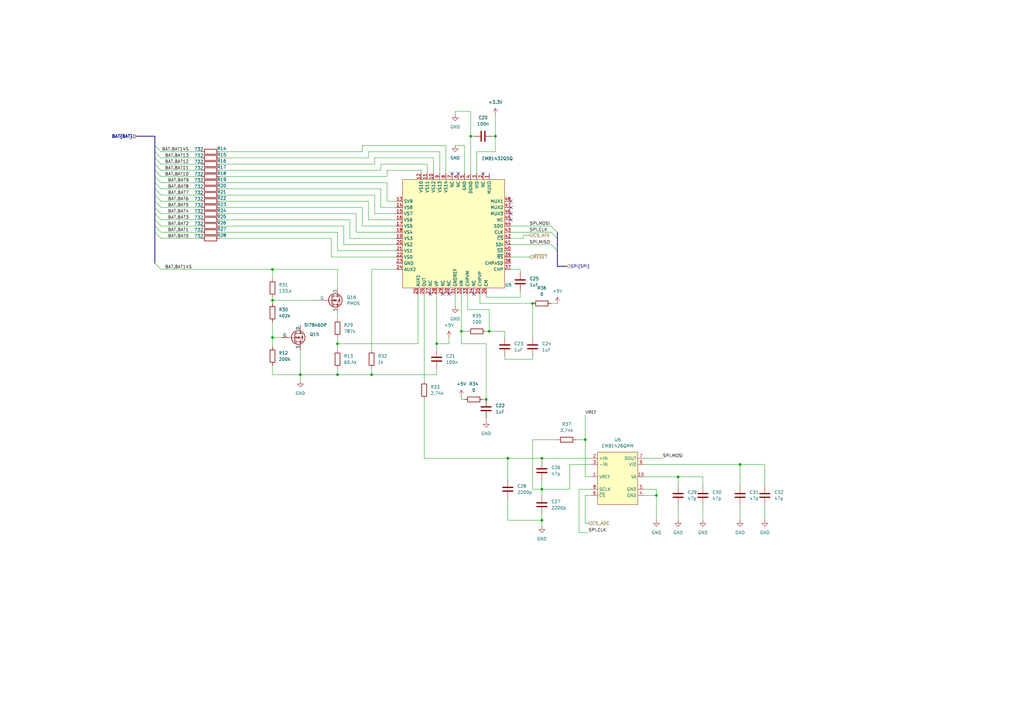
<source format=kicad_sch>
(kicad_sch (version 20250114) (generator "eeschema") (generator_version "9.0")
  (paper "A3")
  (lib_symbols
    (symbol "Device:C" (pin_numbers (hide yes)) (pin_names (offset 0.254))
      (property "Reference" "C" (at 0.635 2.54 0))
      (property "Value" "C" (at 0.635 -2.54 0))
      (symbol "C_0_1"
        (polyline (pts (xy -2.032 0.762) (xy 2.032 0.762)) (stroke (width 0.508)))
        (polyline (pts (xy -2.032 -0.762) (xy 2.032 -0.762)) (stroke (width 0.508)))
      )
      (symbol "C_1_1"
        (pin passive line (at 0 3.81 270) (length 2.794) (name "~") (number "1"))
        (pin passive line (at 0 -3.81 90) (length 2.794) (name "~") (number "2"))
      )
    )
    (symbol "Device:R" (pin_numbers (hide yes)) (pin_names (offset 0))
      (property "Reference" "R" (at 2.032 0 90))
      (property "Value" "R" (at 0 0 90))
      (symbol "R_0_1"
        (rectangle (start -1.016 -2.54) (end 1.016 2.54) (stroke (width 0.254)))
      )
      (symbol "R_1_1"
        (pin passive line (at 0 3.81 270) (length 1.27) (name "~") (number "1"))
        (pin passive line (at 0 -3.81 90) (length 1.27) (name "~") (number "2"))
      )
    )
    (symbol "Simulation_SPICE:NMOS" (pin_numbers (hide yes)) (pin_names (offset 0))
      (property "Reference" "Q" (at 5.08 1.27 0))
      (property "Value" "NMOS" (at 5.08 -1.27 0))
      (symbol "NMOS_0_1"
        (polyline (pts (xy 0.254 1.905) (xy 0.254 -1.905)) (stroke (width 0.254)))
        (polyline (pts (xy 0.254 0) (xy -2.54 0)))
        (polyline (pts (xy 0.762 2.286) (xy 0.762 1.27)) (stroke (width 0.254)))
        (polyline (pts (xy 0.762 0.508) (xy 0.762 -0.508)) (stroke (width 0.254)))
        (polyline (pts (xy 0.762 -1.27) (xy 0.762 -2.286)) (stroke (width 0.254)))
        (polyline (pts (xy 0.762 -1.778) (xy 3.302 -1.778) (xy 3.302 1.778) (xy 0.762 1.778)))
        (polyline (pts (xy 1.016 0) (xy 2.032 0.381) (xy 2.032 -0.381) (xy 1.016 0)) (fill (type outline)))
        (circle (center 1.651 0) (radius 2.794) (stroke (width 0.254)))
        (polyline (pts (xy 2.54 2.54) (xy 2.54 1.778)))
        (circle (center 2.54 1.778) (radius 0.254) (fill (type outline)))
        (circle (center 2.54 -1.778) (radius 0.254) (fill (type outline)))
        (polyline (pts (xy 2.54 -2.54) (xy 2.54 0) (xy 0.762 0)))
        (polyline (pts (xy 2.794 0.508) (xy 2.921 0.381) (xy 3.683 0.381) (xy 3.81 0.254)))
        (polyline (pts (xy 3.302 0.381) (xy 2.921 -0.254) (xy 3.683 -0.254) (xy 3.302 0.381)))
      )
      (symbol "NMOS_1_1"
        (pin input line (at -5.08 0 0) (length 2.54) (name "G") (number "2"))
        (pin passive line (at 2.54 5.08 270) (length 2.54) (name "D") (number "1"))
        (pin passive line (at 2.54 -5.08 90) (length 2.54) (name "S") (number "3"))
      )
    )
    (symbol "Simulation_SPICE:PMOS" (pin_numbers (hide yes)) (pin_names (offset 0))
      (property "Reference" "Q" (at 5.08 1.27 0))
      (property "Value" "PMOS" (at 5.08 -1.27 0))
      (symbol "PMOS_0_1"
        (polyline (pts (xy 0.254 1.905) (xy 0.254 -1.905)) (stroke (width 0.254)))
        (polyline (pts (xy 0.254 0) (xy -2.54 0)))
        (polyline (pts (xy 0.762 2.286) (xy 0.762 1.27)) (stroke (width 0.254)))
        (polyline (pts (xy 0.762 1.778) (xy 3.302 1.778) (xy 3.302 -1.778) (xy 0.762 -1.778)))
        (polyline (pts (xy 0.762 0.508) (xy 0.762 -0.508)) (stroke (width 0.254)))
        (polyline (pts (xy 0.762 -1.27) (xy 0.762 -2.286)) (stroke (width 0.254)))
        (circle (center 1.651 0) (radius 2.794) (stroke (width 0.254)))
        (polyline (pts (xy 2.286 0) (xy 1.27 0.381) (xy 1.27 -0.381) (xy 2.286 0)) (fill (type outline)))
        (polyline (pts (xy 2.54 2.54) (xy 2.54 1.778)))
        (circle (center 2.54 1.778) (radius 0.254) (fill (type outline)))
        (circle (center 2.54 -1.778) (radius 0.254) (fill (type outline)))
        (polyline (pts (xy 2.54 -2.54) (xy 2.54 0) (xy 0.762 0)))
        (polyline (pts (xy 2.794 -0.508) (xy 2.921 -0.381) (xy 3.683 -0.381) (xy 3.81 -0.254)))
        (polyline (pts (xy 3.302 -0.381) (xy 2.921 0.254) (xy 3.683 0.254) (xy 3.302 -0.381)))
      )
      (symbol "PMOS_1_1"
        (pin input line (at -5.08 0 0) (length 2.54) (name "G") (number "2"))
        (pin passive line (at 2.54 5.08 270) (length 2.54) (name "D") (number "1"))
        (pin passive line (at 2.54 -5.08 90) (length 2.54) (name "S") (number "3"))
      )
    )
    (symbol "power:+3.3V" (power) (pin_numbers (hide yes)) (pin_names (offset 0) (hide yes))
      (property "Value" "+3.3V" (at 0 3.556 0))
      (symbol "+3.3V_0_1"
        (polyline (pts (xy -0.762 1.27) (xy 0 2.54)))
        (polyline (pts (xy 0 2.54) (xy 0.762 1.27)))
        (polyline (pts (xy 0 0) (xy 0 2.54)))
      )
      (symbol "+3.3V_1_1"
        (pin power_in line (at 0 0 90) (length 0) (name "~") (number "1"))
      )
    )
    (symbol "power:+5V" (power) (pin_numbers (hide yes)) (pin_names (offset 0) (hide yes))
      (property "Value" "+5V" (at 0 3.556 0))
      (symbol "+5V_0_1"
        (polyline (pts (xy -0.762 1.27) (xy 0 2.54)))
        (polyline (pts (xy 0 2.54) (xy 0.762 1.27)))
        (polyline (pts (xy 0 0) (xy 0 2.54)))
      )
      (symbol "+5V_1_1"
        (pin power_in line (at 0 0 90) (length 0) (name "~") (number "1"))
      )
    )
    (symbol "power:GND" (power) (pin_numbers (hide yes)) (pin_names (offset 0) (hide yes))
      (property "Value" "GND" (at 0 -3.81 0))
      (symbol "GND_0_1"
        (polyline (pts (xy 0 0) (xy 0 -1.27) (xy 1.27 -1.27) (xy 0 -2.54) (xy -1.27 -1.27) (xy 0 -1.27)))
      )
      (symbol "GND_1_1"
        (pin power_in line (at 0 0 270) (length 0) (name "~") (number "1"))
      )
    )
    (symbol "samir:EMB1426QMM"
      (property "Reference" "U" (at -1.778 12.7 0))
      (property "Value" "EMB1426QMM" (at 8.636 12.7 0))
      (symbol "EMB1426QMM_0_0"
        (pin unspecified line (at -5.08 34.29 0) (length 2.54) (name "+IN") (number "2"))
        (pin unspecified line (at -5.08 31.75 0) (length 2.54) (name "-IN") (number "3"))
        (pin unspecified line (at -5.08 26.67 0) (length 2.54) (name "VREF") (number "1"))
        (pin unspecified line (at -5.08 21.59 0) (length 2.54) (name "SCLK") (number "8"))
        (pin unspecified line (at -5.08 19.05 0) (length 2.54) (name "~{CS}") (number "6"))
        (pin unspecified line (at 16.51 34.29 180) (length 2.54) (name "DOUT") (number "7"))
        (pin unspecified line (at 16.51 31.75 180) (length 2.54) (name "VIO") (number "9"))
        (pin unspecified line (at 16.51 26.67 180) (length 2.54) (name "VA") (number "10"))
        (pin unspecified line (at 16.51 21.59 180) (length 2.54) (name "GND") (number "5"))
        (pin unspecified line (at 16.51 19.05 180) (length 2.54) (name "GND") (number "4"))
      )
      (symbol "EMB1426QMM_1_1"
        (rectangle (start -2.54 36.83) (end 13.97 15.24) (fill (type background)))
      )
    )
    (symbol "samir:EMB1432QSQ"
      (property "Reference" "U" (at 57.15 102.87 90))
      (property "Value" "EMB1432QSQ" (at 72.39 53.34 0))
      (symbol "EMB1432QSQ_0_0"
        (pin unspecified line (at 19.05 91.44 0) (length 2.54) (name "SV9") (number "13"))
        (pin unspecified line (at 19.05 88.9 0) (length 2.54) (name "VS8") (number "14"))
        (pin unspecified line (at 19.05 86.36 0) (length 2.54) (name "VS7") (number "15"))
        (pin unspecified line (at 19.05 83.82 0) (length 2.54) (name "VS6") (number "16"))
        (pin unspecified line (at 19.05 81.28 0) (length 2.54) (name "VS5") (number "17"))
        (pin unspecified line (at 19.05 78.74 0) (length 2.54) (name "VS4") (number "18"))
        (pin unspecified line (at 19.05 76.2 0) (length 2.54) (name "VS3") (number "19"))
        (pin unspecified line (at 19.05 73.66 0) (length 2.54) (name "VS2") (number "20"))
        (pin unspecified line (at 19.05 71.12 0) (length 2.54) (name "VS1") (number "21"))
        (pin unspecified line (at 19.05 68.58 0) (length 2.54) (name "VS0") (number "22"))
        (pin unspecified line (at 19.05 66.04 0) (length 2.54) (name "GND") (number "23"))
        (pin unspecified line (at 19.05 63.5 0) (length 2.54) (name "AUX2") (number "24"))
        (pin unspecified line (at 27.94 53.34 90) (length 2.54) (name "AUX1") (number "25"))
        (pin unspecified line (at 29.21 102.87 270) (length 2.54) (name "VS10") (number "12"))
        (pin unspecified line (at 30.48 53.34 90) (length 2.54) (name "OUT") (number "26"))
        (pin unspecified line (at 31.75 102.87 270) (length 2.54) (name "VS11") (number "11"))
        (pin unspecified line (at 33.02 53.34 90) (length 2.54) (name "NC") (number "27"))
        (pin unspecified line (at 34.29 102.87 270) (length 2.54) (name "VS12") (number "10"))
        (pin unspecified line (at 35.56 53.34 90) (length 2.54) (name "VP") (number "28"))
        (pin unspecified line (at 36.83 102.87 270) (length 2.54) (name "VS13") (number "9"))
        (pin unspecified line (at 38.1 53.34 90) (length 2.54) (name "NC") (number "29"))
        (pin unspecified line (at 39.37 102.87 270) (length 2.54) (name "VS14") (number "8"))
        (pin unspecified line (at 40.64 53.34 90) (length 2.54) (name "NC") (number "30"))
        (pin unspecified line (at 41.91 102.87 270) (length 2.54) (name "NC") (number "7"))
        (pin unspecified line (at 43.18 53.34 90) (length 2.54) (name "GNDREF") (number "31"))
        (pin unspecified line (at 44.45 102.87 270) (length 2.54) (name "NC") (number "6"))
        (pin unspecified line (at 45.72 53.34 90) (length 2.54) (name "VM") (number "32"))
        (pin unspecified line (at 46.99 102.87 270) (length 2.54) (name "GND") (number "5"))
        (pin unspecified line (at 48.26 53.34 90) (length 2.54) (name "CHPVM") (number "33"))
        (pin unspecified line (at 49.53 102.87 270) (length 2.54) (name "DGND") (number "4"))
        (pin unspecified line (at 50.8 53.34 90) (length 2.54) (name "NC") (number "34"))
        (pin unspecified line (at 52.07 102.87 270) (length 2.54) (name "VIO") (number "3"))
        (pin unspecified line (at 53.34 53.34 90) (length 2.54) (name "CHPVP") (number "35"))
        (pin unspecified line (at 54.61 102.87 270) (length 2.54) (name "NC") (number "2"))
        (pin unspecified line (at 55.88 53.34 90) (length 2.54) (name "CM") (number "36"))
        (pin unspecified line (at 57.15 102.87 270) (length 2.54) (name "MUXO") (number "1"))
        (pin unspecified line (at 66.04 91.44 180) (length 2.54) (name "MUX1") (number "48"))
        (pin unspecified line (at 66.04 88.9 180) (length 2.54) (name "MUX2") (number "47"))
        (pin unspecified line (at 66.04 86.36 180) (length 2.54) (name "MUX3") (number "46"))
        (pin unspecified line (at 66.04 83.82 180) (length 2.54) (name "NC") (number "45"))
        (pin unspecified line (at 66.04 81.28 180) (length 2.54) (name "SDO") (number "44"))
        (pin unspecified line (at 66.04 78.74 180) (length 2.54) (name "CLK") (number "43"))
        (pin unspecified line (at 66.04 76.2 180) (length 2.54) (name "~{CS}") (number "42"))
        (pin unspecified line (at 66.04 73.66 180) (length 2.54) (name "SDI") (number "41"))
        (pin unspecified line (at 66.04 71.12 180) (length 2.54) (name "~{SD}") (number "40"))
        (pin unspecified line (at 66.04 68.58 180) (length 2.54) (name "~{RS}") (number "39"))
        (pin unspecified line (at 66.04 66.04 180) (length 2.54) (name "CHPnSD") (number "38"))
        (pin unspecified line (at 66.04 63.5 180) (length 2.54) (name "CHP") (number "37"))
      )
      (symbol "EMB1432QSQ_1_1"
        (rectangle (start 21.59 100.33) (end 63.5 55.88) (fill (type background)))
      )
    )
  )
  (junction (at 303.53 190.5))
  (junction (at 269.24 203.2))
  (junction (at 208.28 187.96))
  (junction (at 199.39 163.83))
  (junction (at 138.43 140.97))
  (junction (at 111.76 123.19))
  (junction (at 222.25 200.66))
  (junction (at 278.13 195.58))
  (junction (at 189.23 135.89))
  (junction (at 193.04 55.88))
  (junction (at 203.2 55.88))
  (junction (at 152.4 153.67))
  (junction (at 111.76 138.43))
  (junction (at 138.43 153.67))
  (junction (at 218.44 124.46))
  (junction (at 111.76 110.49))
  (junction (at 179.07 140.97))
  (junction (at 200.66 135.89))
  (junction (at 222.25 187.96))
  (junction (at 240.03 180.34))
  (junction (at 222.25 213.36))
  (junction (at 123.19 153.67))
  (no_connect (at 176.53 120.65))
  (no_connect (at 198.12 71.12))
  (no_connect (at 187.96 71.12))
  (no_connect (at 209.55 85.09))
  (no_connect (at 194.31 120.65))
  (no_connect (at 184.15 120.65))
  (no_connect (at 181.61 120.65))
  (no_connect (at 209.55 87.63))
  (no_connect (at 185.42 71.12))
  (no_connect (at 209.55 82.55))
  (no_connect (at 209.55 90.17))
  (bus_entry (at 66.04 80.01) (size -2.54 -2.54))
  (bus_entry (at 66.04 90.17) (size -2.54 -2.54))
  (bus_entry (at 66.04 77.47) (size -2.54 -2.54))
  (bus_entry (at 66.04 72.39) (size -2.54 -2.54))
  (bus_entry (at 66.04 67.31) (size -2.54 -2.54))
  (bus_entry (at 66.04 74.93) (size -2.54 -2.54))
  (bus_entry (at 226.06 92.71) (size 2.54 2.54))
  (bus_entry (at 66.04 82.55) (size -2.54 -2.54))
  (bus_entry (at 66.04 110.49) (size -2.54 -2.54))
  (bus_entry (at 66.04 85.09) (size -2.54 -2.54))
  (bus_entry (at 66.04 92.71) (size -2.54 -2.54))
  (bus_entry (at 66.04 69.85) (size -2.54 -2.54))
  (bus_entry (at 226.06 95.25) (size 2.54 2.54))
  (bus_entry (at 66.04 95.25) (size -2.54 -2.54))
  (bus_entry (at 66.04 62.23) (size -2.54 -2.54))
  (bus_entry (at 226.06 100.33) (size 2.54 2.54))
  (bus_entry (at 66.04 64.77) (size -2.54 -2.54))
  (bus_entry (at 66.04 97.79) (size -2.54 -2.54))
  (bus_entry (at 66.04 87.63) (size -2.54 -2.54))
  (bus (pts (xy 63.5 95.25) (xy 63.5 107.95)))
  (bus (pts (xy 232.41 109.22) (xy 228.6 109.22)))
  (bus (pts (xy 55.88 55.88) (xy 63.5 55.88)))
  (wire (pts (xy 162.56 100.33) (xy 140.97 100.33)))
  (wire (pts (xy 218.44 124.46) (xy 218.44 138.43)))
  (wire (pts (xy 189.23 162.56) (xy 189.23 163.83)))
  (wire (pts (xy 172.72 71.12) (xy 172.72 69.85)))
  (wire (pts (xy 162.56 82.55) (xy 158.75 82.55)))
  (wire (pts (xy 156.21 67.31) (xy 156.21 69.85)))
  (wire (pts (xy 189.23 163.83) (xy 190.5 163.83)))
  (wire (pts (xy 203.2 46.99) (xy 203.2 55.88)))
  (wire (pts (xy 138.43 118.11) (xy 138.43 110.49)))
  (wire (pts (xy 288.29 195.58) (xy 288.29 199.39)))
  (wire (pts (xy 240.03 180.34) (xy 240.03 170.18)))
  (wire (pts (xy 156.21 77.47) (xy 90.17 77.47)))
  (wire (pts (xy 123.19 153.67) (xy 123.19 156.21)))
  (bus (pts (xy 63.5 90.17) (xy 63.5 87.63)))
  (wire (pts (xy 218.44 146.05) (xy 218.44 147.32)))
  (wire (pts (xy 135.89 105.41) (xy 135.89 97.79)))
  (bus (pts (xy 63.5 82.55) (xy 63.5 80.01)))
  (wire (pts (xy 264.16 195.58) (xy 278.13 195.58)))
  (bus (pts (xy 63.5 85.09) (xy 63.5 82.55)))
  (bus (pts (xy 63.5 55.88) (xy 63.5 59.69)))
  (wire (pts (xy 242.57 195.58) (xy 240.03 195.58)))
  (wire (pts (xy 240.03 203.2) (xy 242.57 203.2)))
  (wire (pts (xy 193.04 55.88) (xy 193.04 45.72)))
  (wire (pts (xy 151.13 62.23) (xy 151.13 64.77)))
  (bus (pts (xy 63.5 95.25) (xy 63.5 92.71)))
  (bus (pts (xy 63.5 62.23) (xy 63.5 59.69)))
  (wire (pts (xy 151.13 82.55) (xy 90.17 82.55)))
  (wire (pts (xy 153.67 64.77) (xy 153.67 67.31)))
  (wire (pts (xy 240.03 214.63) (xy 241.3 214.63)))
  (wire (pts (xy 148.59 59.69) (xy 148.59 62.23)))
  (bus (pts (xy 228.6 97.79) (xy 228.6 102.87)))
  (wire (pts (xy 313.69 190.5) (xy 313.69 199.39)))
  (wire (pts (xy 191.77 127) (xy 200.66 127)))
  (wire (pts (xy 199.39 171.45) (xy 199.39 172.72)))
  (wire (pts (xy 152.4 143.51) (xy 152.4 110.49)))
  (wire (pts (xy 208.28 213.36) (xy 222.25 213.36)))
  (wire (pts (xy 158.75 74.93) (xy 90.17 74.93)))
  (wire (pts (xy 186.69 120.65) (xy 186.69 125.73)))
  (wire (pts (xy 209.55 100.33) (xy 226.06 100.33)))
  (wire (pts (xy 148.59 62.23) (xy 90.17 62.23)))
  (wire (pts (xy 208.28 204.47) (xy 208.28 213.36)))
  (wire (pts (xy 217.17 96.52) (xy 214.63 96.52)))
  (wire (pts (xy 237.49 200.66) (xy 242.57 200.66)))
  (wire (pts (xy 222.25 213.36) (xy 222.25 215.9)))
  (wire (pts (xy 213.36 121.92) (xy 213.36 119.38)))
  (wire (pts (xy 158.75 69.85) (xy 158.75 72.39)))
  (wire (pts (xy 162.56 87.63) (xy 153.67 87.63)))
  (wire (pts (xy 143.51 90.17) (xy 90.17 90.17)))
  (wire (pts (xy 195.58 71.12) (xy 195.58 62.23)))
  (wire (pts (xy 179.07 151.13) (xy 179.07 153.67)))
  (wire (pts (xy 195.58 62.23) (xy 203.2 62.23)))
  (wire (pts (xy 209.55 92.71) (xy 226.06 92.71)))
  (wire (pts (xy 233.68 200.66) (xy 233.68 190.5)))
  (wire (pts (xy 111.76 110.49) (xy 111.76 114.3)))
  (wire (pts (xy 288.29 207.01) (xy 288.29 213.36)))
  (wire (pts (xy 177.8 64.77) (xy 153.67 64.77)))
  (wire (pts (xy 138.43 102.87) (xy 138.43 95.25)))
  (wire (pts (xy 278.13 207.01) (xy 278.13 213.36)))
  (wire (pts (xy 209.55 97.79) (xy 214.63 97.79)))
  (wire (pts (xy 162.56 105.41) (xy 135.89 105.41)))
  (wire (pts (xy 158.75 82.55) (xy 158.75 74.93)))
  (wire (pts (xy 177.8 71.12) (xy 177.8 64.77)))
  (wire (pts (xy 264.16 187.96) (xy 271.78 187.96)))
  (wire (pts (xy 201.93 55.88) (xy 203.2 55.88)))
  (wire (pts (xy 111.76 123.19) (xy 111.76 124.46)))
  (bus (pts (xy 63.5 74.93) (xy 63.5 72.39)))
  (wire (pts (xy 146.05 87.63) (xy 90.17 87.63)))
  (wire (pts (xy 66.04 62.23) (xy 82.55 62.23)))
  (wire (pts (xy 222.25 196.85) (xy 222.25 200.66)))
  (wire (pts (xy 175.26 71.12) (xy 175.26 67.31)))
  (wire (pts (xy 179.07 120.65) (xy 179.07 140.97)))
  (wire (pts (xy 236.22 180.34) (xy 240.03 180.34)))
  (wire (pts (xy 66.04 69.85) (xy 82.55 69.85)))
  (wire (pts (xy 303.53 207.01) (xy 303.53 213.36)))
  (wire (pts (xy 200.66 135.89) (xy 207.01 135.89)))
  (wire (pts (xy 233.68 190.5) (xy 242.57 190.5)))
  (wire (pts (xy 140.97 100.33) (xy 140.97 92.71)))
  (wire (pts (xy 228.6 180.34) (xy 218.44 180.34)))
  (wire (pts (xy 171.45 120.65) (xy 171.45 140.97)))
  (wire (pts (xy 148.59 85.09) (xy 90.17 85.09)))
  (wire (pts (xy 138.43 151.13) (xy 138.43 153.67)))
  (wire (pts (xy 208.28 187.96) (xy 222.25 187.96)))
  (wire (pts (xy 111.76 153.67) (xy 111.76 149.86)))
  (wire (pts (xy 203.2 62.23) (xy 203.2 55.88)))
  (wire (pts (xy 193.04 45.72) (xy 186.69 45.72)))
  (wire (pts (xy 138.43 110.49) (xy 111.76 110.49)))
  (wire (pts (xy 199.39 121.92) (xy 199.39 120.65)))
  (bus (pts (xy 63.5 92.71) (xy 63.5 90.17)))
  (wire (pts (xy 162.56 90.17) (xy 151.13 90.17)))
  (wire (pts (xy 66.04 77.47) (xy 82.55 77.47)))
  (wire (pts (xy 175.26 67.31) (xy 156.21 67.31)))
  (wire (pts (xy 209.55 95.25) (xy 226.06 95.25)))
  (wire (pts (xy 135.89 97.79) (xy 90.17 97.79)))
  (wire (pts (xy 214.63 96.52) (xy 214.63 97.79)))
  (wire (pts (xy 138.43 95.25) (xy 90.17 95.25)))
  (wire (pts (xy 153.67 80.01) (xy 90.17 80.01)))
  (wire (pts (xy 162.56 92.71) (xy 148.59 92.71)))
  (wire (pts (xy 152.4 110.49) (xy 162.56 110.49)))
  (wire (pts (xy 173.99 156.21) (xy 173.99 120.65)))
  (wire (pts (xy 111.76 121.92) (xy 111.76 123.19)))
  (wire (pts (xy 222.25 210.82) (xy 222.25 213.36)))
  (wire (pts (xy 278.13 199.39) (xy 278.13 195.58)))
  (bus (pts (xy 63.5 77.47) (xy 63.5 74.93)))
  (wire (pts (xy 207.01 147.32) (xy 207.01 146.05)))
  (wire (pts (xy 173.99 187.96) (xy 208.28 187.96)))
  (wire (pts (xy 66.04 80.01) (xy 82.55 80.01)))
  (wire (pts (xy 66.04 67.31) (xy 82.55 67.31)))
  (wire (pts (xy 190.5 71.12) (xy 190.5 59.69)))
  (wire (pts (xy 111.76 132.08) (xy 111.76 138.43)))
  (wire (pts (xy 222.25 200.66) (xy 222.25 203.2)))
  (wire (pts (xy 66.04 82.55) (xy 82.55 82.55)))
  (wire (pts (xy 193.04 55.88) (xy 194.31 55.88)))
  (wire (pts (xy 66.04 90.17) (xy 82.55 90.17)))
  (wire (pts (xy 179.07 140.97) (xy 179.07 143.51)))
  (wire (pts (xy 264.16 203.2) (xy 269.24 203.2)))
  (wire (pts (xy 200.66 127) (xy 200.66 135.89)))
  (wire (pts (xy 278.13 195.58) (xy 288.29 195.58)))
  (bus (pts (xy 63.5 67.31) (xy 63.5 64.77)))
  (wire (pts (xy 189.23 120.65) (xy 189.23 135.89)))
  (wire (pts (xy 184.15 138.43) (xy 184.15 140.97)))
  (wire (pts (xy 66.04 110.49) (xy 111.76 110.49)))
  (wire (pts (xy 208.28 187.96) (xy 208.28 196.85)))
  (wire (pts (xy 180.34 71.12) (xy 180.34 62.23)))
  (wire (pts (xy 313.69 207.01) (xy 313.69 213.36)))
  (wire (pts (xy 303.53 190.5) (xy 313.69 190.5)))
  (wire (pts (xy 199.39 121.92) (xy 213.36 121.92)))
  (wire (pts (xy 207.01 135.89) (xy 207.01 138.43)))
  (wire (pts (xy 151.13 90.17) (xy 151.13 82.55)))
  (wire (pts (xy 138.43 140.97) (xy 138.43 143.51)))
  (wire (pts (xy 115.57 138.43) (xy 111.76 138.43)))
  (wire (pts (xy 189.23 135.89) (xy 189.23 140.97)))
  (wire (pts (xy 153.67 67.31) (xy 90.17 67.31)))
  (wire (pts (xy 66.04 85.09) (xy 82.55 85.09)))
  (wire (pts (xy 182.88 59.69) (xy 148.59 59.69)))
  (wire (pts (xy 146.05 95.25) (xy 146.05 87.63)))
  (wire (pts (xy 66.04 74.93) (xy 82.55 74.93)))
  (wire (pts (xy 269.24 203.2) (xy 269.24 213.36)))
  (wire (pts (xy 190.5 59.69) (xy 186.69 59.69)))
  (wire (pts (xy 66.04 87.63) (xy 82.55 87.63)))
  (wire (pts (xy 162.56 97.79) (xy 143.51 97.79)))
  (wire (pts (xy 158.75 72.39) (xy 90.17 72.39)))
  (wire (pts (xy 111.76 138.43) (xy 111.76 142.24)))
  (wire (pts (xy 199.39 163.83) (xy 198.12 163.83)))
  (wire (pts (xy 240.03 195.58) (xy 240.03 180.34)))
  (wire (pts (xy 111.76 123.19) (xy 130.81 123.19)))
  (bus (pts (xy 63.5 69.85) (xy 63.5 67.31)))
  (wire (pts (xy 156.21 69.85) (xy 90.17 69.85)))
  (wire (pts (xy 269.24 200.66) (xy 269.24 203.2)))
  (wire (pts (xy 196.85 120.65) (xy 196.85 124.46)))
  (wire (pts (xy 152.4 153.67) (xy 138.43 153.67)))
  (wire (pts (xy 199.39 140.97) (xy 199.39 163.83)))
  (wire (pts (xy 218.44 200.66) (xy 222.25 200.66)))
  (wire (pts (xy 152.4 151.13) (xy 152.4 153.67)))
  (wire (pts (xy 218.44 180.34) (xy 218.44 200.66)))
  (wire (pts (xy 66.04 97.79) (xy 82.55 97.79)))
  (wire (pts (xy 66.04 72.39) (xy 82.55 72.39)))
  (wire (pts (xy 90.17 64.77) (xy 151.13 64.77)))
  (bus (pts (xy 63.5 72.39) (xy 63.5 69.85)))
  (wire (pts (xy 184.15 140.97) (xy 179.07 140.97)))
  (wire (pts (xy 191.77 120.65) (xy 191.77 127)))
  (wire (pts (xy 189.23 140.97) (xy 199.39 140.97)))
  (wire (pts (xy 171.45 140.97) (xy 138.43 140.97)))
  (wire (pts (xy 264.16 200.66) (xy 269.24 200.66)))
  (wire (pts (xy 66.04 95.25) (xy 82.55 95.25)))
  (wire (pts (xy 182.88 71.12) (xy 182.88 59.69)))
  (wire (pts (xy 193.04 71.12) (xy 193.04 55.88)))
  (wire (pts (xy 200.66 135.89) (xy 199.39 135.89)))
  (wire (pts (xy 186.69 45.72) (xy 186.69 46.99)))
  (bus (pts (xy 63.5 87.63) (xy 63.5 85.09)))
  (bus (pts (xy 63.5 80.01) (xy 63.5 77.47)))
  (wire (pts (xy 162.56 102.87) (xy 138.43 102.87)))
  (wire (pts (xy 153.67 87.63) (xy 153.67 80.01)))
  (wire (pts (xy 222.25 187.96) (xy 242.57 187.96)))
  (wire (pts (xy 189.23 135.89) (xy 191.77 135.89)))
  (wire (pts (xy 228.6 124.46) (xy 226.06 124.46)))
  (wire (pts (xy 123.19 143.51) (xy 123.19 153.67)))
  (wire (pts (xy 123.19 153.67) (xy 111.76 153.67)))
  (wire (pts (xy 162.56 95.25) (xy 146.05 95.25)))
  (wire (pts (xy 138.43 153.67) (xy 123.19 153.67)))
  (wire (pts (xy 209.55 110.49) (xy 213.36 110.49)))
  (wire (pts (xy 264.16 190.5) (xy 303.53 190.5)))
  (wire (pts (xy 222.25 187.96) (xy 222.25 189.23)))
  (wire (pts (xy 143.51 97.79) (xy 143.51 90.17)))
  (wire (pts (xy 218.44 147.32) (xy 207.01 147.32)))
  (wire (pts (xy 241.3 218.44) (xy 237.49 218.44)))
  (bus (pts (xy 63.5 64.77) (xy 63.5 62.23)))
  (wire (pts (xy 162.56 85.09) (xy 156.21 85.09)))
  (wire (pts (xy 179.07 153.67) (xy 152.4 153.67)))
  (wire (pts (xy 222.25 200.66) (xy 233.68 200.66)))
  (wire (pts (xy 148.59 92.71) (xy 148.59 85.09)))
  (wire (pts (xy 237.49 218.44) (xy 237.49 200.66)))
  (wire (pts (xy 213.36 110.49) (xy 213.36 111.76)))
  (bus (pts (xy 228.6 95.25) (xy 228.6 97.79)))
  (wire (pts (xy 209.55 105.41) (xy 217.17 105.41)))
  (wire (pts (xy 196.85 124.46) (xy 218.44 124.46)))
  (wire (pts (xy 140.97 92.71) (xy 90.17 92.71)))
  (wire (pts (xy 138.43 128.27) (xy 138.43 130.81)))
  (wire (pts (xy 66.04 64.77) (xy 82.55 64.77)))
  (wire (pts (xy 138.43 138.43) (xy 138.43 140.97)))
  (wire (pts (xy 303.53 190.5) (xy 303.53 199.39)))
  (wire (pts (xy 156.21 85.09) (xy 156.21 77.47)))
  (wire (pts (xy 173.99 163.83) (xy 173.99 187.96)))
  (bus (pts (xy 228.6 102.87) (xy 228.6 109.22)))
  (wire (pts (xy 180.34 62.23) (xy 151.13 62.23)))
  (wire (pts (xy 240.03 214.63) (xy 240.03 203.2)))
  (wire (pts (xy 172.72 69.85) (xy 158.75 69.85)))
  (wire (pts (xy 66.04 92.71) (xy 82.55 92.71)))
  (label "VREF" (at 240.03 170.18 0))
  (label "SPI.CLK" (at 217.17 95.25 0))
  (label "BAT.BAT13" (at 77.47 64.77 180))
  (label "BAT.BAT10" (at 77.47 72.39 180))
  (label "BAT.BAT14S" (at 77.47 62.23 180))
  (label "SPI.MISO" (at 217.17 100.33 0))
  (label "SPI.MOSI" (at 271.78 187.96 0))
  (label "BAT.BAT8" (at 77.47 77.47 180))
  (label "BAT.BAT5" (at 77.47 85.09 180))
  (label "BAT.BAT0" (at 77.47 97.79 180))
  (label "BAT.BAT3" (at 77.47 90.17 180))
  (label "BAT.BAT12" (at 77.47 67.31 180))
  (label "BAT.BAT9" (at 77.47 74.93 180))
  (label "BAT.BAT1" (at 77.47 95.25 180))
  (label "BAT.BAT7" (at 77.47 80.01 180))
  (label "BAT.BAT6" (at 77.47 82.55 180))
  (label "BAT.BAT2" (at 77.47 92.71 180))
  (label "BAT.BAT11" (at 77.47 69.85 180))
  (label "BAT.BAT4" (at 77.47 87.63 180))
  (label "SPI.MOSI" (at 217.17 92.71 0))
  (label "SPI.CLK" (at 241.3 218.44 0))
  (label "BAT.BAT14S" (at 78.74 110.49 180))
  (hierarchical_label "CS_ADC" (shape input) (at 241.3 214.63 0))
  (hierarchical_label "~{RESET}" (shape input) (at 217.17 105.41 0))
  (hierarchical_label "BAT{BAT}" (shape input) (at 55.88 55.88 180) (effects (font (bold yes))))
  (hierarchical_label "CS_AFE" (shape input) (at 217.17 96.52 0))
  (hierarchical_label "SPI{SPI}" (shape input) (at 232.41 109.22 0))
  (symbol (lib_id "Device:R") (at 86.36 95.25 90) (unit 1)
    (property "Reference" "R27" (at 90.932 93.98 90))
    (property "Value" "732" (at 81.534 94.234 90))
    (property "Description" "Resistor" (effects (hide yes)))
  )
  (symbol (lib_id "power:+5V") (at 228.6 124.46 0) (unit 1)
    (property "Reference" "#PWR039" (effects (hide yes)))
    (property "Value" "+5V" (at 228.6 119.38 0))
    (property "Description" "Power symbol creates a global label with name \"+5V\"" (effects (hide yes)))
  )
  (symbol (lib_id "Device:C") (at 222.25 207.01 0) (unit 1)
    (property "Reference" "C27" (at 226.06 205.7399 0) (effects (justify left)))
    (property "Value" "2200p" (at 226.06 208.2799 0) (effects (justify left)))
    (property "Description" "Unpolarized capacitor" (effects (hide yes)))
  )
  (symbol (lib_id "Device:C") (at 303.53 203.2 0) (unit 1)
    (property "Reference" "C31" (at 307.34 201.9299 0) (effects (justify left)))
    (property "Value" "47p" (at 307.34 204.4699 0) (effects (justify left)))
    (property "Description" "Unpolarized capacitor" (effects (hide yes)))
  )
  (symbol (lib_id "Device:R") (at 173.99 160.02 0) (unit 1)
    (property "Reference" "R33" (at 176.53 158.7499 0) (effects (justify left)))
    (property "Value" "2.74k" (at 176.53 161.2899 0) (effects (justify left)))
    (property "Description" "Resistor" (effects (hide yes)))
  )
  (symbol (lib_id "Device:R") (at 86.36 85.09 90) (unit 1)
    (property "Reference" "R23" (at 90.932 83.82 90))
    (property "Value" "732" (at 81.534 84.074 90))
    (property "Description" "Resistor" (effects (hide yes)))
  )
  (symbol (lib_id "power:GND") (at 303.53 213.36 0) (unit 1)
    (property "Reference" "#PWR045" (effects (hide yes)))
    (property "Value" "GND" (at 303.53 218.44 0))
    (property "Description" "Power symbol creates a global label with name \"GND\" , ground" (effects (hide yes)))
  )
  (symbol (lib_id "Device:R") (at 86.36 77.47 90) (unit 1)
    (property "Reference" "R20" (at 90.932 76.2 90))
    (property "Value" "732" (at 81.534 76.454 90))
    (property "Description" "Resistor" (effects (hide yes)))
  )
  (symbol (lib_id "power:GND") (at 222.25 215.9 0) (unit 1)
    (property "Reference" "#PWR040" (effects (hide yes)))
    (property "Value" "GND" (at 222.25 220.98 0))
    (property "Description" "Power symbol creates a global label with name \"GND\" , ground" (effects (hide yes)))
  )
  (symbol (lib_id "power:GND") (at 313.69 213.36 0) (unit 1)
    (property "Reference" "#PWR046" (effects (hide yes)))
    (property "Value" "GND" (at 313.69 218.44 0))
    (property "Description" "Power symbol creates a global label with name \"GND\" , ground" (effects (hide yes)))
  )
  (symbol (lib_id "power:GND") (at 269.24 213.36 0) (unit 1)
    (property "Reference" "#PWR042" (effects (hide yes)))
    (property "Value" "GND" (at 269.24 218.44 0))
    (property "Description" "Power symbol creates a global label with name \"GND\" , ground" (effects (hide yes)))
  )
  (symbol (lib_id "Device:C") (at 179.07 147.32 0) (unit 1)
    (property "Reference" "C21" (at 182.88 146.0499 0) (effects (justify left)))
    (property "Value" "100n" (at 182.88 148.5899 0) (effects (justify left)))
    (property "Description" "Unpolarized capacitor" (effects (hide yes)))
  )
  (symbol (lib_id "Device:R") (at 86.36 82.55 90) (unit 1)
    (property "Reference" "R22" (at 90.932 81.28 90))
    (property "Value" "732" (at 81.534 81.534 90))
    (property "Description" "Resistor" (effects (hide yes)))
  )
  (symbol (lib_id "Device:R") (at 86.36 74.93 90) (unit 1)
    (property "Reference" "R19" (at 90.932 73.66 90))
    (property "Value" "732" (at 81.534 73.914 90))
    (property "Description" "Resistor" (effects (hide yes)))
  )
  (symbol (lib_id "Device:R") (at 232.41 180.34 90) (unit 1)
    (property "Reference" "R37" (at 232.41 173.99 90))
    (property "Value" "2.74k" (at 232.41 176.53 90))
    (property "Description" "Resistor" (effects (hide yes)))
  )
  (symbol (lib_id "Simulation_SPICE:PMOS") (at 135.89 123.19 0) (unit 1)
    (property "Reference" "Q16" (at 142.24 121.9199 0) (effects (justify left)))
    (property "Value" "PMOS" (at 142.24 124.4599 0) (effects (justify left)))
    (property "Datasheet" "https://ngspice.sourceforge.io/docs/ngspice-html-manual/manual.xhtml#cha_MOSFETs" (effects (hide yes)))
    (property "Description" "P-MOSFET transistor, drain/source/gate" (effects (hide yes)))
    (property "Sim.Device" "PMOS" (effects (hide yes)))
    (property "Sim.Type" "VDMOS" (effects (hide yes)))
    (property "Sim.Pins" "1=D 2=G 3=S" (effects (hide yes)))
  )
  (symbol (lib_id "Device:C") (at 218.44 142.24 0) (unit 1)
    (property "Reference" "C24" (at 222.25 140.9699 0) (effects (justify left)))
    (property "Value" "1uF" (at 222.25 143.5099 0) (effects (justify left)))
    (property "Description" "Unpolarized capacitor" (effects (hide yes)))
  )
  (symbol (lib_id "power:GND") (at 199.39 172.72 0) (unit 1)
    (property "Reference" "#PWR038" (effects (hide yes)))
    (property "Value" "GND" (at 199.39 177.8 0))
    (property "Description" "Power symbol creates a global label with name \"GND\" , ground" (effects (hide yes)))
  )
  (symbol (lib_id "Device:C") (at 199.39 167.64 0) (unit 1)
    (property "Reference" "C22" (at 203.2 166.3699 0) (effects (justify left)))
    (property "Value" "1uF" (at 203.2 168.9099 0) (effects (justify left)))
    (property "Description" "Unpolarized capacitor" (effects (hide yes)))
  )
  (symbol (lib_id "Device:R") (at 86.36 87.63 90) (unit 1)
    (property "Reference" "R24" (at 90.932 86.36 90))
    (property "Value" "732" (at 81.534 86.614 90))
    (property "Description" "Resistor" (effects (hide yes)))
  )
  (symbol (lib_id "Device:C") (at 313.69 203.2 0) (unit 1)
    (property "Reference" "C32" (at 317.5 201.9299 0) (effects (justify left)))
    (property "Value" "47p" (at 317.5 204.4699 0) (effects (justify left)))
    (property "Description" "Unpolarized capacitor" (effects (hide yes)))
  )
  (symbol (lib_id "Device:R") (at 86.36 92.71 90) (unit 1)
    (property "Reference" "R26" (at 90.932 91.44 90))
    (property "Value" "732" (at 81.534 91.694 90))
    (property "Description" "Resistor" (effects (hide yes)))
  )
  (symbol (lib_id "power:+5V") (at 189.23 162.56 0) (unit 1)
    (property "Reference" "#PWR037" (effects (hide yes)))
    (property "Value" "+5V" (at 189.23 157.48 0))
    (property "Description" "Power symbol creates a global label with name \"+5V\"" (effects (hide yes)))
  )
  (symbol (lib_id "Device:C") (at 198.12 55.88 90) (unit 1)
    (property "Reference" "C20" (at 198.12 48.26 90))
    (property "Value" "100n" (at 198.12 50.8 90))
    (property "Description" "Unpolarized capacitor" (effects (hide yes)))
  )
  (symbol (lib_id "Device:R") (at 86.36 90.17 90) (unit 1)
    (property "Reference" "R25" (at 90.932 88.9 90))
    (property "Value" "732" (at 81.534 89.154 90))
    (property "Description" "Resistor" (effects (hide yes)))
  )
  (symbol (lib_id "Device:R") (at 152.4 147.32 0) (unit 1)
    (property "Reference" "R32" (at 154.94 146.0499 0) (effects (justify left)))
    (property "Value" "1k" (at 154.94 148.5899 0) (effects (justify left)))
    (property "Description" "Resistor" (effects (hide yes)))
  )
  (symbol (lib_id "Device:C") (at 222.25 193.04 0) (unit 1)
    (property "Reference" "C26" (at 226.06 191.7699 0) (effects (justify left)))
    (property "Value" "47p" (at 226.06 194.3099 0) (effects (justify left)))
    (property "Description" "Unpolarized capacitor" (effects (hide yes)))
  )
  (symbol (lib_id "Device:R") (at 195.58 135.89 90) (unit 1)
    (property "Reference" "R35" (at 195.58 129.54 90))
    (property "Value" "100" (at 195.58 132.08 90))
    (property "Description" "Resistor" (effects (hide yes)))
  )
  (symbol (lib_id "Device:C") (at 288.29 203.2 0) (unit 1)
    (property "Reference" "C30" (at 292.1 201.9299 0) (effects (justify left)))
    (property "Value" "47p" (at 292.1 204.4699 0) (effects (justify left)))
    (property "Description" "Unpolarized capacitor" (effects (hide yes)))
  )
  (symbol (lib_id "Device:R") (at 86.36 69.85 90) (unit 1)
    (property "Reference" "R17" (at 90.932 68.58 90))
    (property "Value" "732" (at 81.534 68.834 90))
    (property "Description" "Resistor" (effects (hide yes)))
  )
  (symbol (lib_id "Device:R") (at 86.36 64.77 90) (unit 1)
    (property "Reference" "R15" (at 90.932 63.5 90))
    (property "Value" "732" (at 81.534 63.754 90))
    (property "Description" "Resistor" (effects (hide yes)))
  )
  (symbol (lib_id "Device:C") (at 207.01 142.24 0) (unit 1)
    (property "Reference" "C23" (at 210.82 140.9699 0) (effects (justify left)))
    (property "Value" "1uF" (at 210.82 143.5099 0) (effects (justify left)))
    (property "Description" "Unpolarized capacitor" (effects (hide yes)))
  )
  (symbol (lib_id "power:GND") (at 288.29 213.36 0) (unit 1)
    (property "Reference" "#PWR044" (effects (hide yes)))
    (property "Value" "GND" (at 288.29 218.44 0))
    (property "Description" "Power symbol creates a global label with name \"GND\" , ground" (effects (hide yes)))
  )
  (symbol (lib_id "Device:R") (at 86.36 97.79 90) (unit 1)
    (property "Reference" "R28" (at 90.932 96.52 90))
    (property "Value" "732" (at 81.534 96.774 90))
    (property "Description" "Resistor" (effects (hide yes)))
  )
  (symbol (lib_id "Device:R") (at 86.36 80.01 90) (unit 1)
    (property "Reference" "R21" (at 90.932 78.74 90))
    (property "Value" "732" (at 81.534 78.994 90))
    (property "Description" "Resistor" (effects (hide yes)))
  )
  (symbol (lib_id "Device:R") (at 86.36 67.31 90) (unit 1)
    (property "Reference" "R16" (at 90.932 66.04 90))
    (property "Value" "732" (at 81.534 66.294 90))
    (property "Description" "Resistor" (effects (hide yes)))
  )
  (symbol (lib_id "samir:EMB1432QSQ") (at 143.51 173.99 0) (unit 1)
    (property "Reference" "U5" (at 208.534 116.84 0))
    (property "Value" "EMB1432QSQ" (at 203.962 65.024 0))
  )
  (symbol (lib_id "power:GND") (at 278.13 213.36 0) (unit 1)
    (property "Reference" "#PWR043" (effects (hide yes)))
    (property "Value" "GND" (at 278.13 218.44 0))
    (property "Description" "Power symbol creates a global label with name \"GND\" , ground" (effects (hide yes)))
  )
  (symbol (lib_id "Device:C") (at 278.13 203.2 0) (unit 1)
    (property "Reference" "C29" (at 281.94 201.9299 0) (effects (justify left)))
    (property "Value" "47p" (at 281.94 204.4699 0) (effects (justify left)))
    (property "Description" "Unpolarized capacitor" (effects (hide yes)))
  )
  (symbol (lib_id "Device:R") (at 86.36 62.23 90) (unit 1)
    (property "Reference" "R14" (at 90.932 60.96 90))
    (property "Value" "732" (at 81.534 61.214 90))
    (property "Description" "Resistor" (effects (hide yes)))
  )
  (symbol (lib_id "Device:R") (at 111.76 146.05 0) (unit 1)
    (property "Reference" "R12" (at 114.3 144.7799 0) (effects (justify left)))
    (property "Value" "200k" (at 114.3 147.3199 0) (effects (justify left)))
    (property "Description" "Resistor" (effects (hide yes)))
  )
  (symbol (lib_id "power:GND") (at 186.69 46.99 0) (unit 1)
    (property "Reference" "#PWR033" (effects (hide yes)))
    (property "Value" "GND" (at 186.69 52.07 0))
    (property "Description" "Power symbol creates a global label with name \"GND\" , ground" (effects (hide yes)))
  )
  (symbol (lib_id "Device:R") (at 86.36 72.39 90) (unit 1)
    (property "Reference" "R18" (at 90.932 71.12 90))
    (property "Value" "732" (at 81.534 71.374 90))
    (property "Description" "Resistor" (effects (hide yes)))
  )
  (symbol (lib_id "Device:R") (at 138.43 147.32 0) (unit 1)
    (property "Reference" "R13" (at 140.97 146.0499 0) (effects (justify left)))
    (property "Value" "60.4k" (at 140.97 148.5899 0) (effects (justify left)))
    (property "Description" "Resistor" (effects (hide yes)))
  )
  (symbol (lib_id "Device:C") (at 213.36 115.57 0) (unit 1)
    (property "Reference" "C25" (at 217.17 114.2999 0) (effects (justify left)))
    (property "Value" "1uF" (at 217.17 116.8399 0) (effects (justify left)))
    (property "Description" "Unpolarized capacitor" (effects (hide yes)))
  )
  (symbol (lib_id "power:GND") (at 186.69 59.69 0) (unit 1)
    (property "Reference" "#PWR032" (effects (hide yes)))
    (property "Value" "GND" (at 186.69 64.77 0))
    (property "Description" "Power symbol creates a global label with name \"GND\" , ground" (effects (hide yes)))
  )
  (symbol (lib_id "power:+5V") (at 184.15 138.43 0) (unit 1)
    (property "Reference" "#PWR036" (effects (hide yes)))
    (property "Value" "+5V" (at 184.15 133.35 0))
    (property "Description" "Power symbol creates a global label with name \"+5V\"" (effects (hide yes)))
  )
  (symbol (lib_id "Device:R") (at 138.43 134.62 0) (unit 1)
    (property "Reference" "R29" (at 140.97 133.3499 0) (effects (justify left)))
    (property "Value" "787k" (at 140.97 135.8899 0) (effects (justify left)))
    (property "Description" "Resistor" (effects (hide yes)))
  )
  (symbol (lib_id "Device:R") (at 194.31 163.83 90) (unit 1)
    (property "Reference" "R34" (at 194.31 157.48 90))
    (property "Value" "0" (at 194.31 160.02 90))
    (property "Description" "Resistor" (effects (hide yes)))
  )
  (symbol (lib_id "power:+3.3V") (at 203.2 46.99 0) (unit 1)
    (property "Reference" "#PWR034" (effects (hide yes)))
    (property "Value" "+3.3V" (at 203.2 41.91 0))
    (property "Description" "Power symbol creates a global label with name \"+3.3V\"" (effects (hide yes)))
  )
  (symbol (lib_id "Device:C") (at 208.28 200.66 0) (unit 1)
    (property "Reference" "C28" (at 212.09 199.3899 0) (effects (justify left)))
    (property "Value" "2200p" (at 212.09 201.9299 0) (effects (justify left)))
    (property "Description" "Unpolarized capacitor" (effects (hide yes)))
  )
  (symbol (lib_id "power:GND") (at 123.19 156.21 0) (unit 1)
    (property "Reference" "#PWR035" (effects (hide yes)))
    (property "Value" "GND" (at 123.19 161.29 0))
    (property "Description" "Power symbol creates a global label with name \"GND\" , ground" (effects (hide yes)))
  )
  (symbol (lib_id "Device:R") (at 111.76 128.27 0) (unit 1)
    (property "Reference" "R30" (at 114.3 126.9999 0) (effects (justify left)))
    (property "Value" "402k" (at 114.3 129.5399 0) (effects (justify left)))
    (property "Description" "Resistor" (effects (hide yes)))
  )
  (symbol (lib_id "Device:R") (at 111.76 118.11 0) (unit 1)
    (property "Reference" "R31" (at 114.3 116.8399 0) (effects (justify left)))
    (property "Value" "133.k" (at 114.3 119.3799 0) (effects (justify left)))
    (property "Description" "Resistor" (effects (hide yes)))
  )
  (symbol (lib_id "power:GND") (at 186.69 125.73 0) (unit 1)
    (property "Reference" "#PWR041" (effects (hide yes)))
    (property "Value" "GND" (at 186.69 130.81 0))
    (property "Description" "Power symbol creates a global label with name \"GND\" , ground" (effects (hide yes)))
  )
  (symbol (lib_id "Device:R") (at 222.25 124.46 90) (unit 1)
    (property "Reference" "R36" (at 222.25 118.11 90))
    (property "Value" "0" (at 222.25 120.65 90))
    (property "Description" "Resistor" (effects (hide yes)))
  )
  (symbol (lib_id "samir:EMB1426QMM") (at 247.65 222.25 0) (unit 1)
    (property "Reference" "U6" (at 253.365 180.34 0))
    (property "Value" "EMB1426QMM" (at 253.365 182.88 0))
  )
  (symbol (lib_id "Simulation_SPICE:NMOS") (at 120.65 138.43 0) (unit 1)
    (property "Reference" "Q15" (at 127 137.1599 0) (effects (justify left)))
    (property "Value" "SI7846DP" (at 124.714 133.35 0) (effects (justify left)))
    (property "Datasheet" "https://ngspice.sourceforge.io/docs/ngspice-html-manual/manual.xhtml#cha_MOSFETs" (effects (hide yes)))
    (property "Description" "N-MOSFET transistor, drain/source/gate" (effects (hide yes)))
    (property "Sim.Device" "NMOS" (effects (hide yes)))
    (property "Sim.Type" "VDMOS" (effects (hide yes)))
    (property "Sim.Pins" "1=D 2=G 3=S" (effects (hide yes)))
  )
)
</source>
